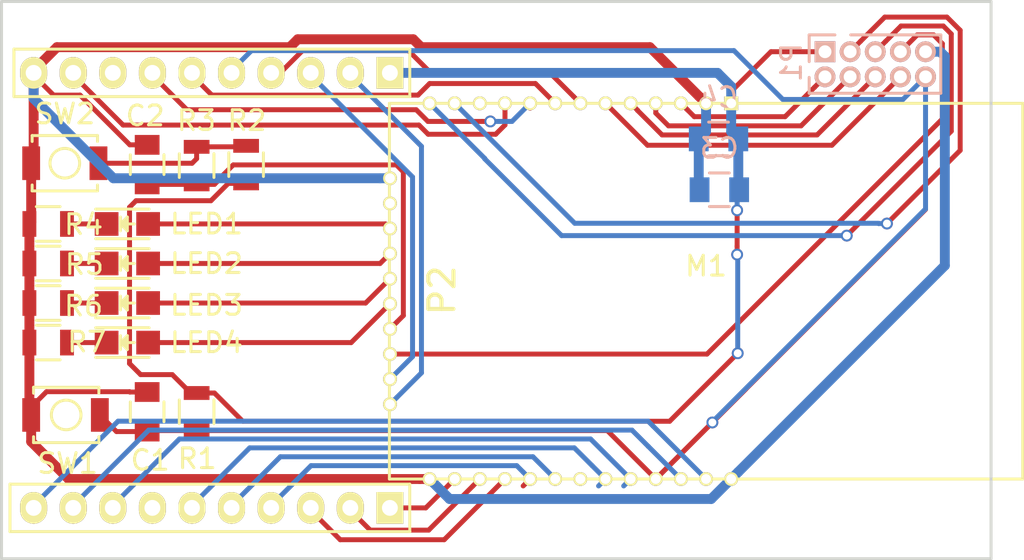
<source format=kicad_pcb>
(kicad_pcb (version 4) (host pcbnew 4.0.2-4+6225~38~ubuntu15.10.1-stable)

  (general
    (links 60)
    (no_connects 0)
    (area 120.874999 124.814998 171.025001 153.145001)
    (thickness 1.6)
    (drawings 4)
    (tracks 264)
    (zones 0)
    (modules 20)
    (nets 41)
  )

  (page A4)
  (title_block
    (title "zb3219PA to XBee adapter print")
    (rev v.1)
    (company "Sensors Liberated")
    (comment 1 "zb3219PA is a cheap module found in china, eg. at Aliexpress")
  )

  (layers
    (0 F.Cu signal)
    (31 B.Cu signal)
    (32 B.Adhes user)
    (33 F.Adhes user)
    (34 B.Paste user)
    (35 F.Paste user)
    (36 B.SilkS user)
    (37 F.SilkS user)
    (38 B.Mask user)
    (39 F.Mask user)
    (40 Dwgs.User user)
    (41 Cmts.User user)
    (42 Eco1.User user)
    (43 Eco2.User user hide)
    (44 Edge.Cuts user)
    (45 Margin user)
    (46 B.CrtYd user)
    (47 F.CrtYd user)
    (48 B.Fab user)
    (49 F.Fab user hide)
  )

  (setup
    (last_trace_width 0.25)
    (user_trace_width 0.25)
    (user_trace_width 0.5)
    (trace_clearance 0.2)
    (zone_clearance 0.508)
    (zone_45_only no)
    (trace_min 0.2)
    (segment_width 0.2)
    (edge_width 0.15)
    (via_size 0.6)
    (via_drill 0.4)
    (via_min_size 0.4)
    (via_min_drill 0.3)
    (uvia_size 0.3)
    (uvia_drill 0.1)
    (uvias_allowed no)
    (uvia_min_size 0.2)
    (uvia_min_drill 0.1)
    (pcb_text_width 0.3)
    (pcb_text_size 1.5 1.5)
    (mod_edge_width 0.15)
    (mod_text_size 1 1)
    (mod_text_width 0.15)
    (pad_size 0.9 1.7)
    (pad_drill 0)
    (pad_to_mask_clearance 0.2)
    (aux_axis_origin 0 0)
    (visible_elements FFFFEF7F)
    (pcbplotparams
      (layerselection 0x00030_80000001)
      (usegerberextensions false)
      (excludeedgelayer true)
      (linewidth 0.100000)
      (plotframeref false)
      (viasonmask false)
      (mode 1)
      (useauxorigin false)
      (hpglpennumber 1)
      (hpglpenspeed 20)
      (hpglpendiameter 15)
      (hpglpenoverlay 2)
      (psnegative false)
      (psa4output false)
      (plotreference true)
      (plotvalue true)
      (plotinvisibletext false)
      (padsonsilk false)
      (subtractmaskfromsilk false)
      (outputformat 1)
      (mirror false)
      (drillshape 0)
      (scaleselection 1)
      (outputdirectory output/))
  )

  (net 0 "")
  (net 1 Reset)
  (net 2 GND)
  (net 3 User_Button)
  (net 4 VCC)
  (net 5 "Net-(LED1-Pad2)")
  (net 6 "Net-(LED1-Pad1)")
  (net 7 "Net-(LED2-Pad2)")
  (net 8 "Net-(LED2-Pad1)")
  (net 9 "Net-(LED3-Pad2)")
  (net 10 "Net-(LED3-Pad1)")
  (net 11 "Net-(LED4-Pad2)")
  (net 12 "Net-(LED4-Pad1)")
  (net 13 TMS)
  (net 14 TCK)
  (net 15 TDO)
  (net 16 TDI)
  (net 17 Do8)
  (net 18 PWM0/RSSI)
  (net 19 PWM1)
  (net 20 Di8/DTR)
  (net 21 "Net-(M1-Pad11)")
  (net 22 USB_P)
  (net 23 Dio2)
  (net 24 "Net-(M1-Pad30)")
  (net 25 Dio3)
  (net 26 ON//Sleep)
  (net 27 Dio0)
  (net 28 Dio1)
  (net 29 Dio6)
  (net 30 Dio4)
  (net 31 Dio5)
  (net 32 Dio7)
  (net 33 USB_N)
  (net 34 "Net-(M1-Pad15)")
  (net 35 USB_Sel)
  (net 36 Din)
  (net 37 Dout)
  (net 38 "Net-(P2-Pad14)")
  (net 39 "Net-(P2-Pad8)")
  (net 40 "Net-(R2-Pad1)")

  (net_class Default "This is the default net class."
    (clearance 0.2)
    (trace_width 0.25)
    (via_dia 0.6)
    (via_drill 0.4)
    (uvia_dia 0.3)
    (uvia_drill 0.1)
    (add_net Di8/DTR)
    (add_net Din)
    (add_net Dio0)
    (add_net Dio1)
    (add_net Dio2)
    (add_net Dio3)
    (add_net Dio4)
    (add_net Dio5)
    (add_net Dio6)
    (add_net Dio7)
    (add_net Do8)
    (add_net Dout)
    (add_net "Net-(LED1-Pad1)")
    (add_net "Net-(LED1-Pad2)")
    (add_net "Net-(LED2-Pad1)")
    (add_net "Net-(LED2-Pad2)")
    (add_net "Net-(LED3-Pad1)")
    (add_net "Net-(LED3-Pad2)")
    (add_net "Net-(LED4-Pad1)")
    (add_net "Net-(LED4-Pad2)")
    (add_net "Net-(M1-Pad11)")
    (add_net "Net-(M1-Pad15)")
    (add_net "Net-(M1-Pad30)")
    (add_net "Net-(P2-Pad14)")
    (add_net "Net-(P2-Pad8)")
    (add_net "Net-(R2-Pad1)")
    (add_net ON//Sleep)
    (add_net PWM0/RSSI)
    (add_net PWM1)
    (add_net Reset)
    (add_net TCK)
    (add_net TDI)
    (add_net TDO)
    (add_net TMS)
    (add_net USB_N)
    (add_net USB_P)
    (add_net USB_Sel)
    (add_net User_Button)
  )

  (net_class Power ""
    (clearance 0.2)
    (trace_width 0.5)
    (via_dia 0.6)
    (via_drill 0.4)
    (uvia_dia 0.3)
    (uvia_drill 0.1)
    (add_net GND)
    (add_net VCC)
  )

  (module Pin_Headers:Pin_Header_Straight_2x05_Pitch1.27mm (layer B.Cu) (tedit 555DD4BF) (tstamp 57114A21)
    (at 162.56 127.43 270)
    (descr "Through hole pin header, pitch 1.27mm")
    (tags "pin header")
    (path /570E7C26)
    (fp_text reference P1 (at 0.55 1.7 270) (layer B.SilkS)
      (effects (font (size 1 1) (thickness 0.15)) (justify mirror))
    )
    (fp_text value JTAG (at 0 -6.9 270) (layer B.Fab)
      (effects (font (size 1 1) (thickness 0.15)) (justify mirror))
    )
    (fp_line (start 2.1 0.8) (end 1.3 0.8) (layer B.SilkS) (width 0.15))
    (fp_line (start 2.1 -5.85) (end 2.1 0.8) (layer B.SilkS) (width 0.15))
    (fp_line (start 2.1 -5.85) (end -0.85 -5.85) (layer B.SilkS) (width 0.15))
    (fp_line (start -1.1 1.05) (end -1.1 -6.1) (layer B.CrtYd) (width 0.05))
    (fp_line (start 2.35 1.05) (end 2.35 -6.1) (layer B.CrtYd) (width 0.05))
    (fp_line (start -1.1 1.05) (end 2.35 1.05) (layer B.CrtYd) (width 0.05))
    (fp_line (start -1.1 -6.1) (end 2.35 -6.1) (layer B.CrtYd) (width 0.05))
    (fp_line (start -0.85 -5.85) (end -0.85 -1.3) (layer B.SilkS) (width 0.15))
    (fp_line (start 0.5 0.8) (end -0.85 0.8) (layer B.SilkS) (width 0.15))
    (fp_line (start -0.85 0.8) (end -0.85 -0.5) (layer B.SilkS) (width 0.15))
    (pad 1 thru_hole rect (at 0 0 270) (size 1.05 1.05) (drill 0.65) (layers *.Cu *.Mask B.SilkS)
      (net 4 VCC))
    (pad 3 thru_hole circle (at 0 -1.27 270) (size 1.05 1.05) (drill 0.65) (layers *.Cu *.Mask B.SilkS)
      (net 22 USB_P))
    (pad 5 thru_hole circle (at 0 -2.54 270) (size 1.05 1.05) (drill 0.65) (layers *.Cu *.Mask B.SilkS)
      (net 33 USB_N))
    (pad 7 thru_hole circle (at 0 -3.81 270) (size 1.05 1.05) (drill 0.65) (layers *.Cu *.Mask B.SilkS)
      (net 35 USB_Sel))
    (pad 9 thru_hole circle (at 0 -5.08 270) (size 1.05 1.05) (drill 0.65) (layers *.Cu *.Mask B.SilkS)
      (net 2 GND))
    (pad 4 thru_hole circle (at 1.27 -1.27 270) (size 1.05 1.05) (drill 0.65) (layers *.Cu *.Mask B.SilkS)
      (net 14 TCK))
    (pad 6 thru_hole circle (at 1.27 -2.54 270) (size 1.05 1.05) (drill 0.65) (layers *.Cu *.Mask B.SilkS)
      (net 15 TDO))
    (pad 8 thru_hole circle (at 1.27 -3.81 270) (size 1.05 1.05) (drill 0.65) (layers *.Cu *.Mask B.SilkS)
      (net 16 TDI))
    (pad 10 thru_hole circle (at 1.27 -5.08 270) (size 1.05 1.05) (drill 0.65) (layers *.Cu *.Mask B.SilkS)
      (net 1 Reset))
    (pad 2 thru_hole circle (at 1.27 0 270) (size 1.05 1.05) (drill 0.65) (layers *.Cu *.Mask B.SilkS)
      (net 13 TMS))
  )

  (module printmodules:zb3219PAmoduleFootprint placed (layer F.Cu) (tedit 570FFDA5) (tstamp 5710F3D3)
    (at 156.55 139.54 180)
    (path /570E1E33)
    (fp_text reference M1 (at 0 1.27 180) (layer F.SilkS)
      (effects (font (size 1 1) (thickness 0.15)))
    )
    (fp_text value zb3219PA (at 0 -0.5 180) (layer F.Fab)
      (effects (font (size 1 1) (thickness 0.15)))
    )
    (fp_line (start -16 9.5) (end -16 -9.5) (layer F.SilkS) (width 0.15))
    (fp_line (start 16 9.5) (end -16 9.5) (layer F.SilkS) (width 0.15))
    (fp_line (start 16 -9.5) (end 16 9.5) (layer F.SilkS) (width 0.15))
    (fp_line (start -16 -9.5) (end 16 -9.5) (layer F.SilkS) (width 0.15))
    (pad 1 thru_hole rect (at -1.27 9.5 180) (size 0.7 0.7) (drill 0.5) (layers *.Cu *.Mask F.SilkS)
      (net 4 VCC))
    (pad 2 thru_hole circle (at 0 9.5 180) (size 0.7 0.7) (drill 0.5) (layers *.Cu *.Mask F.SilkS)
      (net 2 GND))
    (pad 3 thru_hole circle (at 1.27 9.5 180) (size 0.7 0.7) (drill 0.5) (layers *.Cu *.Mask F.SilkS)
      (net 13 TMS))
    (pad 4 thru_hole circle (at 2.54 9.5 180) (size 0.7 0.7) (drill 0.5) (layers *.Cu *.Mask F.SilkS)
      (net 14 TCK))
    (pad 5 thru_hole circle (at 3.81 9.5 180) (size 0.7 0.7) (drill 0.5) (layers *.Cu *.Mask F.SilkS)
      (net 15 TDO))
    (pad 6 thru_hole circle (at 5.08 9.5 180) (size 0.7 0.7) (drill 0.5) (layers *.Cu *.Mask F.SilkS)
      (net 16 TDI))
    (pad 7 thru_hole circle (at 6.35 9.5 180) (size 0.7 0.7) (drill 0.5) (layers *.Cu *.Mask F.SilkS)
      (net 17 Do8))
    (pad 8 thru_hole circle (at 7.62 9.5 180) (size 0.7 0.7) (drill 0.5) (layers *.Cu *.Mask F.SilkS)
      (net 18 PWM0/RSSI))
    (pad 9 thru_hole circle (at 8.89 9.5 180) (size 0.7 0.7) (drill 0.5) (layers *.Cu *.Mask F.SilkS)
      (net 19 PWM1))
    (pad 10 thru_hole circle (at 10.16 9.5 180) (size 0.7 0.7) (drill 0.5) (layers *.Cu *.Mask F.SilkS)
      (net 20 Di8/DTR))
    (pad 11 thru_hole circle (at 11.43 9.5 180) (size 0.7 0.7) (drill 0.5) (layers *.Cu *.Mask F.SilkS)
      (net 21 "Net-(M1-Pad11)"))
    (pad 12 thru_hole circle (at 12.7 9.5 180) (size 0.7 0.7) (drill 0.5) (layers *.Cu *.Mask F.SilkS)
      (net 22 USB_P))
    (pad 14 thru_hole circle (at 15.97 5.71 180) (size 0.7 0.7) (drill 0.5) (layers *.Cu *.Mask F.SilkS)
      (net 2 GND))
    (pad 32 thru_hole circle (at 3.81 -9.5 180) (size 0.7 0.7) (drill 0.5) (layers *.Cu *.Mask F.SilkS)
      (net 26 ON//Sleep))
    (pad 30 thru_hole circle (at 6.35 -9.5 180) (size 0.7 0.7) (drill 0.5) (layers *.Cu *.Mask F.SilkS)
      (net 24 "Net-(M1-Pad30)"))
    (pad 31 thru_hole circle (at 5.08 -9.5 180) (size 0.7 0.7) (drill 0.5) (layers *.Cu *.Mask F.SilkS)
      (net 31 Dio5))
    (pad 29 thru_hole circle (at 7.62 -9.5 180) (size 0.7 0.7) (drill 0.5) (layers *.Cu *.Mask F.SilkS)
      (net 29 Dio6))
    (pad 34 thru_hole circle (at 1.27 -9.5 180) (size 0.7 0.7) (drill 0.5) (layers *.Cu *.Mask F.SilkS)
      (net 32 Dio7))
    (pad 33 thru_hole circle (at 2.54 -9.5 180) (size 0.7 0.7) (drill 0.5) (layers *.Cu *.Mask F.SilkS)
      (net 1 Reset))
    (pad 35 thru_hole circle (at 0 -9.5 180) (size 0.7 0.7) (drill 0.5) (layers *.Cu *.Mask F.SilkS)
      (net 30 Dio4))
    (pad 36 thru_hole circle (at -1.27 -9.5 180) (size 0.7 0.7) (drill 0.5) (layers *.Cu *.Mask F.SilkS)
      (net 2 GND))
    (pad 28 thru_hole circle (at 8.89 -9.5 180) (size 0.7 0.7) (drill 0.5) (layers *.Cu *.Mask F.SilkS)
      (net 25 Dio3))
    (pad 25 thru_hole circle (at 12.7 -9.5 180) (size 0.7 0.7) (drill 0.5) (layers *.Cu *.Mask F.SilkS)
      (net 27 Dio0))
    (pad 27 thru_hole circle (at 10.16 -9.5 180) (size 0.7 0.7) (drill 0.5) (layers *.Cu *.Mask F.SilkS)
      (net 23 Dio2))
    (pad 24 thru_hole circle (at 13.97 -9.5 180) (size 0.7 0.7) (drill 0.5) (layers *.Cu *.Mask F.SilkS)
      (net 2 GND))
    (pad 26 thru_hole circle (at 11.43 -9.5 180) (size 0.7 0.7) (drill 0.5) (layers *.Cu *.Mask F.SilkS)
      (net 28 Dio1))
    (pad 13 thru_hole circle (at 13.97 9.5 180) (size 0.7 0.7) (drill 0.5) (layers *.Cu *.Mask F.SilkS)
      (net 33 USB_N))
    (pad 15 thru_hole circle (at 15.97 4.44 180) (size 0.7 0.7) (drill 0.5) (layers *.Cu *.Mask F.SilkS)
      (net 34 "Net-(M1-Pad15)"))
    (pad 16 thru_hole circle (at 15.97 3.17 180) (size 0.7 0.7) (drill 0.5) (layers *.Cu *.Mask F.SilkS)
      (net 5 "Net-(LED1-Pad2)"))
    (pad 17 thru_hole circle (at 15.97 1.9 180) (size 0.7 0.7) (drill 0.5) (layers *.Cu *.Mask F.SilkS)
      (net 7 "Net-(LED2-Pad2)"))
    (pad 18 thru_hole circle (at 15.97 0.63 180) (size 0.7 0.7) (drill 0.5) (layers *.Cu *.Mask F.SilkS)
      (net 9 "Net-(LED3-Pad2)"))
    (pad 19 thru_hole circle (at 15.97 -0.64 180) (size 0.7 0.7) (drill 0.5) (layers *.Cu *.Mask F.SilkS)
      (net 11 "Net-(LED4-Pad2)"))
    (pad 20 thru_hole circle (at 15.97 -1.91 180) (size 0.7 0.7) (drill 0.5) (layers *.Cu *.Mask F.SilkS)
      (net 3 User_Button))
    (pad 21 thru_hole circle (at 15.97 -3.18 180) (size 0.7 0.7) (drill 0.5) (layers *.Cu *.Mask F.SilkS)
      (net 35 USB_Sel))
    (pad 22 thru_hole circle (at 15.97 -4.45 180) (size 0.7 0.7) (drill 0.5) (layers *.Cu *.Mask F.SilkS)
      (net 36 Din))
    (pad 23 thru_hole circle (at 15.97 -5.72 180) (size 0.7 0.7) (drill 0.5) (layers *.Cu *.Mask F.SilkS)
      (net 37 Dout))
  )

  (module Capacitors_SMD:C_0805 placed (layer F.Cu) (tedit 5415D6EA) (tstamp 5710F337)
    (at 128.31 145.64 90)
    (descr "Capacitor SMD 0805, reflow soldering, AVX (see smccp.pdf)")
    (tags "capacitor 0805")
    (path /570FEDBF)
    (attr smd)
    (fp_text reference C1 (at -2.45 0.15 180) (layer F.SilkS)
      (effects (font (size 1 1) (thickness 0.15)))
    )
    (fp_text value 15nF (at 0 2.1 90) (layer F.Fab)
      (effects (font (size 1 1) (thickness 0.15)))
    )
    (fp_line (start -1.8 -1) (end 1.8 -1) (layer F.CrtYd) (width 0.05))
    (fp_line (start -1.8 1) (end 1.8 1) (layer F.CrtYd) (width 0.05))
    (fp_line (start -1.8 -1) (end -1.8 1) (layer F.CrtYd) (width 0.05))
    (fp_line (start 1.8 -1) (end 1.8 1) (layer F.CrtYd) (width 0.05))
    (fp_line (start 0.5 -0.85) (end -0.5 -0.85) (layer F.SilkS) (width 0.15))
    (fp_line (start -0.5 0.85) (end 0.5 0.85) (layer F.SilkS) (width 0.15))
    (pad 1 smd rect (at -1 0 90) (size 1 1.25) (layers F.Cu F.Paste F.Mask)
      (net 1 Reset))
    (pad 2 smd rect (at 1 0 90) (size 1 1.25) (layers F.Cu F.Paste F.Mask)
      (net 2 GND))
    (model Capacitors_SMD.3dshapes/C_0805.wrl
      (at (xyz 0 0 0))
      (scale (xyz 1 1 1))
      (rotate (xyz 0 0 0))
    )
  )

  (module Capacitors_SMD:C_0805 placed (layer F.Cu) (tedit 5415D6EA) (tstamp 5710F343)
    (at 128.31 133.14 90)
    (descr "Capacitor SMD 0805, reflow soldering, AVX (see smccp.pdf)")
    (tags "capacitor 0805")
    (path /57110006)
    (attr smd)
    (fp_text reference C2 (at 2.47 -0.1 180) (layer F.SilkS)
      (effects (font (size 1 1) (thickness 0.15)))
    )
    (fp_text value 1uF (at 0 2.1 90) (layer F.Fab)
      (effects (font (size 1 1) (thickness 0.15)))
    )
    (fp_line (start -1.8 -1) (end 1.8 -1) (layer F.CrtYd) (width 0.05))
    (fp_line (start -1.8 1) (end 1.8 1) (layer F.CrtYd) (width 0.05))
    (fp_line (start -1.8 -1) (end -1.8 1) (layer F.CrtYd) (width 0.05))
    (fp_line (start 1.8 -1) (end 1.8 1) (layer F.CrtYd) (width 0.05))
    (fp_line (start 0.5 -0.85) (end -0.5 -0.85) (layer F.SilkS) (width 0.15))
    (fp_line (start -0.5 0.85) (end 0.5 0.85) (layer F.SilkS) (width 0.15))
    (pad 1 smd rect (at -1 0 90) (size 1 1.25) (layers F.Cu F.Paste F.Mask)
      (net 3 User_Button))
    (pad 2 smd rect (at 1 0 90) (size 1 1.25) (layers F.Cu F.Paste F.Mask)
      (net 2 GND))
    (model Capacitors_SMD.3dshapes/C_0805.wrl
      (at (xyz 0 0 0))
      (scale (xyz 1 1 1))
      (rotate (xyz 0 0 0))
    )
  )

  (module Capacitors_SMD:C_0805 placed (layer B.Cu) (tedit 5415D6EA) (tstamp 5710F34F)
    (at 157.221782 134.411288 180)
    (descr "Capacitor SMD 0805, reflow soldering, AVX (see smccp.pdf)")
    (tags "capacitor 0805")
    (path /5710FE56)
    (attr smd)
    (fp_text reference C3 (at 0 2.1 180) (layer B.SilkS)
      (effects (font (size 1 1) (thickness 0.15)) (justify mirror))
    )
    (fp_text value 100nF (at 0 -2.1 180) (layer B.Fab)
      (effects (font (size 1 1) (thickness 0.15)) (justify mirror))
    )
    (fp_line (start -1.8 1) (end 1.8 1) (layer B.CrtYd) (width 0.05))
    (fp_line (start -1.8 -1) (end 1.8 -1) (layer B.CrtYd) (width 0.05))
    (fp_line (start -1.8 1) (end -1.8 -1) (layer B.CrtYd) (width 0.05))
    (fp_line (start 1.8 1) (end 1.8 -1) (layer B.CrtYd) (width 0.05))
    (fp_line (start 0.5 0.85) (end -0.5 0.85) (layer B.SilkS) (width 0.15))
    (fp_line (start -0.5 -0.85) (end 0.5 -0.85) (layer B.SilkS) (width 0.15))
    (pad 1 smd rect (at -1 0 180) (size 1 1.25) (layers B.Cu B.Paste B.Mask)
      (net 4 VCC))
    (pad 2 smd rect (at 1 0 180) (size 1 1.25) (layers B.Cu B.Paste B.Mask)
      (net 2 GND))
    (model Capacitors_SMD.3dshapes/C_0805.wrl
      (at (xyz 0 0 0))
      (scale (xyz 1 1 1))
      (rotate (xyz 0 0 0))
    )
  )

  (module Capacitors_SMD:C_0805 placed (layer B.Cu) (tedit 5415D6EA) (tstamp 5710F35B)
    (at 157.18 131.84 180)
    (descr "Capacitor SMD 0805, reflow soldering, AVX (see smccp.pdf)")
    (tags "capacitor 0805")
    (path /57107133)
    (attr smd)
    (fp_text reference C4 (at 0 2.1 180) (layer B.SilkS)
      (effects (font (size 1 1) (thickness 0.15)) (justify mirror))
    )
    (fp_text value 10uF (at 0 -2.1 180) (layer B.Fab)
      (effects (font (size 1 1) (thickness 0.15)) (justify mirror))
    )
    (fp_line (start -1.8 1) (end 1.8 1) (layer B.CrtYd) (width 0.05))
    (fp_line (start -1.8 -1) (end 1.8 -1) (layer B.CrtYd) (width 0.05))
    (fp_line (start -1.8 1) (end -1.8 -1) (layer B.CrtYd) (width 0.05))
    (fp_line (start 1.8 1) (end 1.8 -1) (layer B.CrtYd) (width 0.05))
    (fp_line (start 0.5 0.85) (end -0.5 0.85) (layer B.SilkS) (width 0.15))
    (fp_line (start -0.5 -0.85) (end 0.5 -0.85) (layer B.SilkS) (width 0.15))
    (pad 1 smd rect (at -1 0 180) (size 1 1.25) (layers B.Cu B.Paste B.Mask)
      (net 4 VCC))
    (pad 2 smd rect (at 1 0 180) (size 1 1.25) (layers B.Cu B.Paste B.Mask)
      (net 2 GND))
    (model Capacitors_SMD.3dshapes/C_0805.wrl
      (at (xyz 0 0 0))
      (scale (xyz 1 1 1))
      (rotate (xyz 0 0 0))
    )
  )

  (module LEDs:LED_0805 placed (layer F.Cu) (tedit 55BDE1C2) (tstamp 5710F36E)
    (at 127.31 136.14)
    (descr "LED 0805 smd package")
    (tags "LED 0805 SMD")
    (path /570FFC46)
    (attr smd)
    (fp_text reference LED1 (at 4 0) (layer F.SilkS)
      (effects (font (size 1 1) (thickness 0.15)))
    )
    (fp_text value Green (at 0 1.75) (layer F.Fab)
      (effects (font (size 1 1) (thickness 0.15)))
    )
    (fp_line (start -1.6 0.75) (end 1.1 0.75) (layer F.SilkS) (width 0.15))
    (fp_line (start -1.6 -0.75) (end 1.1 -0.75) (layer F.SilkS) (width 0.15))
    (fp_line (start -0.1 0.15) (end -0.1 -0.1) (layer F.SilkS) (width 0.15))
    (fp_line (start -0.1 -0.1) (end -0.25 0.05) (layer F.SilkS) (width 0.15))
    (fp_line (start -0.35 -0.35) (end -0.35 0.35) (layer F.SilkS) (width 0.15))
    (fp_line (start 0 0) (end 0.35 0) (layer F.SilkS) (width 0.15))
    (fp_line (start -0.35 0) (end 0 -0.35) (layer F.SilkS) (width 0.15))
    (fp_line (start 0 -0.35) (end 0 0.35) (layer F.SilkS) (width 0.15))
    (fp_line (start 0 0.35) (end -0.35 0) (layer F.SilkS) (width 0.15))
    (fp_line (start 1.9 -0.95) (end 1.9 0.95) (layer F.CrtYd) (width 0.05))
    (fp_line (start 1.9 0.95) (end -1.9 0.95) (layer F.CrtYd) (width 0.05))
    (fp_line (start -1.9 0.95) (end -1.9 -0.95) (layer F.CrtYd) (width 0.05))
    (fp_line (start -1.9 -0.95) (end 1.9 -0.95) (layer F.CrtYd) (width 0.05))
    (pad 2 smd rect (at 1.04902 0 180) (size 1.19888 1.19888) (layers F.Cu F.Paste F.Mask)
      (net 5 "Net-(LED1-Pad2)"))
    (pad 1 smd rect (at -1.04902 0 180) (size 1.19888 1.19888) (layers F.Cu F.Paste F.Mask)
      (net 6 "Net-(LED1-Pad1)"))
    (model LEDs.3dshapes/LED_0805.wrl
      (at (xyz 0 0 0))
      (scale (xyz 1 1 1))
      (rotate (xyz 0 0 0))
    )
  )

  (module LEDs:LED_0805 placed (layer F.Cu) (tedit 55BDE1C2) (tstamp 5710F381)
    (at 127.31 138.14)
    (descr "LED 0805 smd package")
    (tags "LED 0805 SMD")
    (path /5710EA0D)
    (attr smd)
    (fp_text reference LED2 (at 4 0) (layer F.SilkS)
      (effects (font (size 1 1) (thickness 0.15)))
    )
    (fp_text value Yellow (at 0 1.75) (layer F.Fab)
      (effects (font (size 1 1) (thickness 0.15)))
    )
    (fp_line (start -1.6 0.75) (end 1.1 0.75) (layer F.SilkS) (width 0.15))
    (fp_line (start -1.6 -0.75) (end 1.1 -0.75) (layer F.SilkS) (width 0.15))
    (fp_line (start -0.1 0.15) (end -0.1 -0.1) (layer F.SilkS) (width 0.15))
    (fp_line (start -0.1 -0.1) (end -0.25 0.05) (layer F.SilkS) (width 0.15))
    (fp_line (start -0.35 -0.35) (end -0.35 0.35) (layer F.SilkS) (width 0.15))
    (fp_line (start 0 0) (end 0.35 0) (layer F.SilkS) (width 0.15))
    (fp_line (start -0.35 0) (end 0 -0.35) (layer F.SilkS) (width 0.15))
    (fp_line (start 0 -0.35) (end 0 0.35) (layer F.SilkS) (width 0.15))
    (fp_line (start 0 0.35) (end -0.35 0) (layer F.SilkS) (width 0.15))
    (fp_line (start 1.9 -0.95) (end 1.9 0.95) (layer F.CrtYd) (width 0.05))
    (fp_line (start 1.9 0.95) (end -1.9 0.95) (layer F.CrtYd) (width 0.05))
    (fp_line (start -1.9 0.95) (end -1.9 -0.95) (layer F.CrtYd) (width 0.05))
    (fp_line (start -1.9 -0.95) (end 1.9 -0.95) (layer F.CrtYd) (width 0.05))
    (pad 2 smd rect (at 1.04902 0 180) (size 1.19888 1.19888) (layers F.Cu F.Paste F.Mask)
      (net 7 "Net-(LED2-Pad2)"))
    (pad 1 smd rect (at -1.04902 0 180) (size 1.19888 1.19888) (layers F.Cu F.Paste F.Mask)
      (net 8 "Net-(LED2-Pad1)"))
    (model LEDs.3dshapes/LED_0805.wrl
      (at (xyz 0 0 0))
      (scale (xyz 1 1 1))
      (rotate (xyz 0 0 0))
    )
  )

  (module LEDs:LED_0805 placed (layer F.Cu) (tedit 55BDE1C2) (tstamp 5710F394)
    (at 127.31 140.14)
    (descr "LED 0805 smd package")
    (tags "LED 0805 SMD")
    (path /5710EB44)
    (attr smd)
    (fp_text reference LED3 (at 4 0.11) (layer F.SilkS)
      (effects (font (size 1 1) (thickness 0.15)))
    )
    (fp_text value Orange (at 0 1.75) (layer F.Fab)
      (effects (font (size 1 1) (thickness 0.15)))
    )
    (fp_line (start -1.6 0.75) (end 1.1 0.75) (layer F.SilkS) (width 0.15))
    (fp_line (start -1.6 -0.75) (end 1.1 -0.75) (layer F.SilkS) (width 0.15))
    (fp_line (start -0.1 0.15) (end -0.1 -0.1) (layer F.SilkS) (width 0.15))
    (fp_line (start -0.1 -0.1) (end -0.25 0.05) (layer F.SilkS) (width 0.15))
    (fp_line (start -0.35 -0.35) (end -0.35 0.35) (layer F.SilkS) (width 0.15))
    (fp_line (start 0 0) (end 0.35 0) (layer F.SilkS) (width 0.15))
    (fp_line (start -0.35 0) (end 0 -0.35) (layer F.SilkS) (width 0.15))
    (fp_line (start 0 -0.35) (end 0 0.35) (layer F.SilkS) (width 0.15))
    (fp_line (start 0 0.35) (end -0.35 0) (layer F.SilkS) (width 0.15))
    (fp_line (start 1.9 -0.95) (end 1.9 0.95) (layer F.CrtYd) (width 0.05))
    (fp_line (start 1.9 0.95) (end -1.9 0.95) (layer F.CrtYd) (width 0.05))
    (fp_line (start -1.9 0.95) (end -1.9 -0.95) (layer F.CrtYd) (width 0.05))
    (fp_line (start -1.9 -0.95) (end 1.9 -0.95) (layer F.CrtYd) (width 0.05))
    (pad 2 smd rect (at 1.04902 0 180) (size 1.19888 1.19888) (layers F.Cu F.Paste F.Mask)
      (net 9 "Net-(LED3-Pad2)"))
    (pad 1 smd rect (at -1.04902 0 180) (size 1.19888 1.19888) (layers F.Cu F.Paste F.Mask)
      (net 10 "Net-(LED3-Pad1)"))
    (model LEDs.3dshapes/LED_0805.wrl
      (at (xyz 0 0 0))
      (scale (xyz 1 1 1))
      (rotate (xyz 0 0 0))
    )
  )

  (module LEDs:LED_0805 placed (layer F.Cu) (tedit 55BDE1C2) (tstamp 5710F3A7)
    (at 127.31 142.14)
    (descr "LED 0805 smd package")
    (tags "LED 0805 SMD")
    (path /5710EC70)
    (attr smd)
    (fp_text reference LED4 (at 4 0) (layer F.SilkS)
      (effects (font (size 1 1) (thickness 0.15)))
    )
    (fp_text value Red (at 0 1.75) (layer F.Fab)
      (effects (font (size 1 1) (thickness 0.15)))
    )
    (fp_line (start -1.6 0.75) (end 1.1 0.75) (layer F.SilkS) (width 0.15))
    (fp_line (start -1.6 -0.75) (end 1.1 -0.75) (layer F.SilkS) (width 0.15))
    (fp_line (start -0.1 0.15) (end -0.1 -0.1) (layer F.SilkS) (width 0.15))
    (fp_line (start -0.1 -0.1) (end -0.25 0.05) (layer F.SilkS) (width 0.15))
    (fp_line (start -0.35 -0.35) (end -0.35 0.35) (layer F.SilkS) (width 0.15))
    (fp_line (start 0 0) (end 0.35 0) (layer F.SilkS) (width 0.15))
    (fp_line (start -0.35 0) (end 0 -0.35) (layer F.SilkS) (width 0.15))
    (fp_line (start 0 -0.35) (end 0 0.35) (layer F.SilkS) (width 0.15))
    (fp_line (start 0 0.35) (end -0.35 0) (layer F.SilkS) (width 0.15))
    (fp_line (start 1.9 -0.95) (end 1.9 0.95) (layer F.CrtYd) (width 0.05))
    (fp_line (start 1.9 0.95) (end -1.9 0.95) (layer F.CrtYd) (width 0.05))
    (fp_line (start -1.9 0.95) (end -1.9 -0.95) (layer F.CrtYd) (width 0.05))
    (fp_line (start -1.9 -0.95) (end 1.9 -0.95) (layer F.CrtYd) (width 0.05))
    (pad 2 smd rect (at 1.04902 0 180) (size 1.19888 1.19888) (layers F.Cu F.Paste F.Mask)
      (net 11 "Net-(LED4-Pad2)"))
    (pad 1 smd rect (at -1.04902 0 180) (size 1.19888 1.19888) (layers F.Cu F.Paste F.Mask)
      (net 12 "Net-(LED4-Pad1)"))
    (model LEDs.3dshapes/LED_0805.wrl
      (at (xyz 0 0 0))
      (scale (xyz 1 1 1))
      (rotate (xyz 0 0 0))
    )
  )

  (module "My modules:XBEE-HEADER" locked placed (layer F.Cu) (tedit 549C9C7F) (tstamp 5710F40E)
    (at 131.78 139.5 270)
    (descr "Through hole pin header")
    (tags "pin header")
    (path /570E4A39)
    (fp_text reference P2 (at 0 -11.43 270) (layer F.SilkS)
      (effects (font (size 1.27 1.27) (thickness 0.2032)))
    )
    (fp_text value XBEE (at 0 0 270) (layer F.SilkS) hide
      (effects (font (size 1.27 1.27) (thickness 0.2032)))
    )
    (fp_line (start -12.2 10.2) (end -12.2 -9.8) (layer F.SilkS) (width 0.15))
    (fp_line (start -9.8 -9.8) (end -9.8 10.2) (layer F.SilkS) (width 0.15))
    (fp_line (start 12.2 10.4) (end 12.2 -9.8) (layer F.SilkS) (width 0.15))
    (fp_line (start 9.8 -9.8) (end 9.8 10.4) (layer F.SilkS) (width 0.15))
    (fp_line (start -9.8 10.2) (end -12 10.2) (layer F.SilkS) (width 0.15))
    (fp_line (start -12 10.2) (end -12.2 10.2) (layer F.SilkS) (width 0.15))
    (fp_line (start -12.2 -9.8) (end -9.8 -9.8) (layer F.SilkS) (width 0.15))
    (fp_line (start 9.8 -9.8) (end 12.2 -9.8) (layer F.SilkS) (width 0.15))
    (fp_line (start 12.2 10.4) (end 9.8 10.4) (layer F.SilkS) (width 0.15))
    (pad 11 thru_hole oval (at 11 9.205 180) (size 1.36 1.6) (drill 0.8) (layers *.Cu *.Mask F.SilkS)
      (net 30 Dio4))
    (pad 12 thru_hole oval (at 11 7.205 180) (size 1.36 1.6) (drill 0.8) (layers *.Cu *.Mask F.SilkS)
      (net 32 Dio7))
    (pad 13 thru_hole oval (at 11 5.205 180) (size 1.36 1.6) (drill 0.8) (layers *.Cu *.Mask F.SilkS)
      (net 26 ON//Sleep))
    (pad 14 thru_hole oval (at 11 3.205 180) (size 1.36 1.6) (drill 0.8) (layers *.Cu *.Mask F.SilkS)
      (net 38 "Net-(P2-Pad14)"))
    (pad 15 thru_hole oval (at 11 1.205 180) (size 1.36 1.6) (drill 0.8) (layers *.Cu *.Mask F.SilkS)
      (net 31 Dio5))
    (pad 16 thru_hole oval (at 11 -0.795 180) (size 1.36 1.6) (drill 0.8) (layers *.Cu *.Mask F.SilkS)
      (net 29 Dio6))
    (pad 17 thru_hole oval (at 11 -2.795 180) (size 1.36 1.6) (drill 0.8) (layers *.Cu *.Mask F.SilkS)
      (net 25 Dio3))
    (pad 18 thru_hole oval (at 11 -4.795 180) (size 1.36 1.6) (drill 0.8) (layers *.Cu *.Mask F.SilkS)
      (net 23 Dio2))
    (pad 19 thru_hole oval (at 11 -6.795 180) (size 1.36 1.6) (drill 0.8) (layers *.Cu *.Mask F.SilkS)
      (net 28 Dio1))
    (pad 20 thru_hole rect (at 11 -8.795 180) (size 1.36 1.6) (drill 0.8) (layers *.Cu *.Mask F.SilkS)
      (net 27 Dio0))
    (pad 1 thru_hole rect (at -11 -8.795 180) (size 1.36 1.6) (drill 0.8) (layers *.Cu *.Mask F.SilkS)
      (net 4 VCC))
    (pad 2 thru_hole oval (at -11 -6.795 180) (size 1.36 1.6) (drill 0.8) (layers *.Cu *.Mask F.SilkS)
      (net 37 Dout))
    (pad 3 thru_hole oval (at -11 -4.795 180) (size 1.36 1.6) (drill 0.8) (layers *.Cu *.Mask F.SilkS)
      (net 36 Din))
    (pad 4 thru_hole oval (at -11 -2.795 180) (size 1.36 1.6) (drill 0.8) (layers *.Cu *.Mask F.SilkS)
      (net 17 Do8))
    (pad 5 thru_hole oval (at -11 -0.795 180) (size 1.36 1.6) (drill 0.8) (layers *.Cu *.Mask F.SilkS)
      (net 1 Reset))
    (pad 6 thru_hole oval (at -11 1.205 180) (size 1.36 1.6) (drill 0.8) (layers *.Cu *.Mask F.SilkS)
      (net 18 PWM0/RSSI))
    (pad 7 thru_hole oval (at -11 3.205 180) (size 1.36 1.6) (drill 0.8) (layers *.Cu *.Mask F.SilkS)
      (net 19 PWM1))
    (pad 8 thru_hole oval (at -11 5.205 180) (size 1.36 1.6) (drill 0.8) (layers *.Cu *.Mask F.SilkS)
      (net 39 "Net-(P2-Pad8)"))
    (pad 9 thru_hole oval (at -11 7.205 180) (size 1.36 1.6) (drill 0.8) (layers *.Cu *.Mask F.SilkS)
      (net 20 Di8/DTR))
    (pad 10 thru_hole oval (at -11 9.205 180) (size 1.36 1.6) (drill 0.8) (layers *.Cu *.Mask F.SilkS)
      (net 2 GND))
    (model Pin_Headers/Pin_Header_Straight_1x10.wrl
      (at (xyz 0 0 0))
      (scale (xyz 1 1 1))
      (rotate (xyz 0 0 0))
    )
  )

  (module Resistors_SMD:R_0805 placed (layer F.Cu) (tedit 5415CDEB) (tstamp 5710F41A)
    (at 130.81 145.64 90)
    (descr "Resistor SMD 0805, reflow soldering, Vishay (see dcrcw.pdf)")
    (tags "resistor 0805")
    (path /5710EFD3)
    (attr smd)
    (fp_text reference R1 (at -2.37 0.03 180) (layer F.SilkS)
      (effects (font (size 1 1) (thickness 0.15)))
    )
    (fp_text value 1k (at 0 2.1 90) (layer F.Fab)
      (effects (font (size 1 1) (thickness 0.15)))
    )
    (fp_line (start -1.6 -1) (end 1.6 -1) (layer F.CrtYd) (width 0.05))
    (fp_line (start -1.6 1) (end 1.6 1) (layer F.CrtYd) (width 0.05))
    (fp_line (start -1.6 -1) (end -1.6 1) (layer F.CrtYd) (width 0.05))
    (fp_line (start 1.6 -1) (end 1.6 1) (layer F.CrtYd) (width 0.05))
    (fp_line (start 0.6 0.875) (end -0.6 0.875) (layer F.SilkS) (width 0.15))
    (fp_line (start -0.6 -0.875) (end 0.6 -0.875) (layer F.SilkS) (width 0.15))
    (pad 1 smd rect (at -0.95 0 90) (size 0.7 1.3) (layers F.Cu F.Paste F.Mask)
      (net 1 Reset))
    (pad 2 smd rect (at 0.95 0 90) (size 0.7 1.3) (layers F.Cu F.Paste F.Mask)
      (net 4 VCC))
    (model Resistors_SMD.3dshapes/R_0805.wrl
      (at (xyz 0 0 0))
      (scale (xyz 1 1 1))
      (rotate (xyz 0 0 0))
    )
  )

  (module Resistors_SMD:R_0805 placed (layer F.Cu) (tedit 5415CDEB) (tstamp 5710F426)
    (at 133.31 133.14 270)
    (descr "Resistor SMD 0805, reflow soldering, Vishay (see dcrcw.pdf)")
    (tags "resistor 0805")
    (path /5710F19F)
    (attr smd)
    (fp_text reference R2 (at -2.23 -0.04 360) (layer F.SilkS)
      (effects (font (size 1 1) (thickness 0.15)))
    )
    (fp_text value 6.2k (at 0 2.1 270) (layer F.Fab)
      (effects (font (size 1 1) (thickness 0.15)))
    )
    (fp_line (start -1.6 -1) (end 1.6 -1) (layer F.CrtYd) (width 0.05))
    (fp_line (start -1.6 1) (end 1.6 1) (layer F.CrtYd) (width 0.05))
    (fp_line (start -1.6 -1) (end -1.6 1) (layer F.CrtYd) (width 0.05))
    (fp_line (start 1.6 -1) (end 1.6 1) (layer F.CrtYd) (width 0.05))
    (fp_line (start 0.6 0.875) (end -0.6 0.875) (layer F.SilkS) (width 0.15))
    (fp_line (start -0.6 -0.875) (end 0.6 -0.875) (layer F.SilkS) (width 0.15))
    (pad 1 smd rect (at -0.95 0 270) (size 0.7 1.3) (layers F.Cu F.Paste F.Mask)
      (net 40 "Net-(R2-Pad1)"))
    (pad 2 smd rect (at 0.95 0 270) (size 0.7 1.3) (layers F.Cu F.Paste F.Mask)
      (net 4 VCC))
    (model Resistors_SMD.3dshapes/R_0805.wrl
      (at (xyz 0 0 0))
      (scale (xyz 1 1 1))
      (rotate (xyz 0 0 0))
    )
  )

  (module Resistors_SMD:R_0805 placed (layer F.Cu) (tedit 5415CDEB) (tstamp 5710F432)
    (at 130.81 133.19 270)
    (descr "Resistor SMD 0805, reflow soldering, Vishay (see dcrcw.pdf)")
    (tags "resistor 0805")
    (path /5710F3BC)
    (attr smd)
    (fp_text reference R3 (at -2.28 0.01 360) (layer F.SilkS)
      (effects (font (size 1 1) (thickness 0.15)))
    )
    (fp_text value 30k (at 0 2.1 270) (layer F.Fab)
      (effects (font (size 1 1) (thickness 0.15)))
    )
    (fp_line (start -1.6 -1) (end 1.6 -1) (layer F.CrtYd) (width 0.05))
    (fp_line (start -1.6 1) (end 1.6 1) (layer F.CrtYd) (width 0.05))
    (fp_line (start -1.6 -1) (end -1.6 1) (layer F.CrtYd) (width 0.05))
    (fp_line (start 1.6 -1) (end 1.6 1) (layer F.CrtYd) (width 0.05))
    (fp_line (start 0.6 0.875) (end -0.6 0.875) (layer F.SilkS) (width 0.15))
    (fp_line (start -0.6 -0.875) (end 0.6 -0.875) (layer F.SilkS) (width 0.15))
    (pad 1 smd rect (at -0.95 0 270) (size 0.7 1.3) (layers F.Cu F.Paste F.Mask)
      (net 40 "Net-(R2-Pad1)"))
    (pad 2 smd rect (at 0.95 0 270) (size 0.7 1.3) (layers F.Cu F.Paste F.Mask)
      (net 3 User_Button))
    (model Resistors_SMD.3dshapes/R_0805.wrl
      (at (xyz 0 0 0))
      (scale (xyz 1 1 1))
      (rotate (xyz 0 0 0))
    )
  )

  (module Resistors_SMD:R_0805 placed (layer F.Cu) (tedit 5415CDEB) (tstamp 5710F43E)
    (at 123.31 136.14)
    (descr "Resistor SMD 0805, reflow soldering, Vishay (see dcrcw.pdf)")
    (tags "resistor 0805")
    (path /570FFE89)
    (attr smd)
    (fp_text reference R4 (at 1.79 0.03) (layer F.SilkS)
      (effects (font (size 1 1) (thickness 0.15)))
    )
    (fp_text value 680 (at 0 2.1) (layer F.Fab)
      (effects (font (size 1 1) (thickness 0.15)))
    )
    (fp_line (start -1.6 -1) (end 1.6 -1) (layer F.CrtYd) (width 0.05))
    (fp_line (start -1.6 1) (end 1.6 1) (layer F.CrtYd) (width 0.05))
    (fp_line (start -1.6 -1) (end -1.6 1) (layer F.CrtYd) (width 0.05))
    (fp_line (start 1.6 -1) (end 1.6 1) (layer F.CrtYd) (width 0.05))
    (fp_line (start 0.6 0.875) (end -0.6 0.875) (layer F.SilkS) (width 0.15))
    (fp_line (start -0.6 -0.875) (end 0.6 -0.875) (layer F.SilkS) (width 0.15))
    (pad 1 smd rect (at -0.95 0) (size 0.7 1.3) (layers F.Cu F.Paste F.Mask)
      (net 2 GND))
    (pad 2 smd rect (at 0.95 0) (size 0.7 1.3) (layers F.Cu F.Paste F.Mask)
      (net 6 "Net-(LED1-Pad1)"))
    (model Resistors_SMD.3dshapes/R_0805.wrl
      (at (xyz 0 0 0))
      (scale (xyz 1 1 1))
      (rotate (xyz 0 0 0))
    )
  )

  (module Resistors_SMD:R_0805 placed (layer F.Cu) (tedit 5415CDEB) (tstamp 5710F44A)
    (at 123.31 138.14)
    (descr "Resistor SMD 0805, reflow soldering, Vishay (see dcrcw.pdf)")
    (tags "resistor 0805")
    (path /5710EE8C)
    (attr smd)
    (fp_text reference R5 (at 1.83 0.05) (layer F.SilkS)
      (effects (font (size 1 1) (thickness 0.15)))
    )
    (fp_text value 680 (at 0 2.1) (layer F.Fab)
      (effects (font (size 1 1) (thickness 0.15)))
    )
    (fp_line (start -1.6 -1) (end 1.6 -1) (layer F.CrtYd) (width 0.05))
    (fp_line (start -1.6 1) (end 1.6 1) (layer F.CrtYd) (width 0.05))
    (fp_line (start -1.6 -1) (end -1.6 1) (layer F.CrtYd) (width 0.05))
    (fp_line (start 1.6 -1) (end 1.6 1) (layer F.CrtYd) (width 0.05))
    (fp_line (start 0.6 0.875) (end -0.6 0.875) (layer F.SilkS) (width 0.15))
    (fp_line (start -0.6 -0.875) (end 0.6 -0.875) (layer F.SilkS) (width 0.15))
    (pad 1 smd rect (at -0.95 0) (size 0.7 1.3) (layers F.Cu F.Paste F.Mask)
      (net 2 GND))
    (pad 2 smd rect (at 0.95 0) (size 0.7 1.3) (layers F.Cu F.Paste F.Mask)
      (net 8 "Net-(LED2-Pad1)"))
    (model Resistors_SMD.3dshapes/R_0805.wrl
      (at (xyz 0 0 0))
      (scale (xyz 1 1 1))
      (rotate (xyz 0 0 0))
    )
  )

  (module Resistors_SMD:R_0805 placed (layer F.Cu) (tedit 5415CDEB) (tstamp 5710F456)
    (at 123.31 140.14)
    (descr "Resistor SMD 0805, reflow soldering, Vishay (see dcrcw.pdf)")
    (tags "resistor 0805")
    (path /5710EEE0)
    (attr smd)
    (fp_text reference R6 (at 1.79 0.15) (layer F.SilkS)
      (effects (font (size 1 1) (thickness 0.15)))
    )
    (fp_text value 680 (at 0 2.1) (layer F.Fab)
      (effects (font (size 1 1) (thickness 0.15)))
    )
    (fp_line (start -1.6 -1) (end 1.6 -1) (layer F.CrtYd) (width 0.05))
    (fp_line (start -1.6 1) (end 1.6 1) (layer F.CrtYd) (width 0.05))
    (fp_line (start -1.6 -1) (end -1.6 1) (layer F.CrtYd) (width 0.05))
    (fp_line (start 1.6 -1) (end 1.6 1) (layer F.CrtYd) (width 0.05))
    (fp_line (start 0.6 0.875) (end -0.6 0.875) (layer F.SilkS) (width 0.15))
    (fp_line (start -0.6 -0.875) (end 0.6 -0.875) (layer F.SilkS) (width 0.15))
    (pad 1 smd rect (at -0.95 0) (size 0.7 1.3) (layers F.Cu F.Paste F.Mask)
      (net 2 GND))
    (pad 2 smd rect (at 0.95 0) (size 0.7 1.3) (layers F.Cu F.Paste F.Mask)
      (net 10 "Net-(LED3-Pad1)"))
    (model Resistors_SMD.3dshapes/R_0805.wrl
      (at (xyz 0 0 0))
      (scale (xyz 1 1 1))
      (rotate (xyz 0 0 0))
    )
  )

  (module Resistors_SMD:R_0805 placed (layer F.Cu) (tedit 5415CDEB) (tstamp 5710F462)
    (at 123.31 142.14)
    (descr "Resistor SMD 0805, reflow soldering, Vishay (see dcrcw.pdf)")
    (tags "resistor 0805")
    (path /5710EF3B)
    (attr smd)
    (fp_text reference R7 (at 1.95 -0.03) (layer F.SilkS)
      (effects (font (size 1 1) (thickness 0.15)))
    )
    (fp_text value 680 (at 0 2.1) (layer F.Fab)
      (effects (font (size 1 1) (thickness 0.15)))
    )
    (fp_line (start -1.6 -1) (end 1.6 -1) (layer F.CrtYd) (width 0.05))
    (fp_line (start -1.6 1) (end 1.6 1) (layer F.CrtYd) (width 0.05))
    (fp_line (start -1.6 -1) (end -1.6 1) (layer F.CrtYd) (width 0.05))
    (fp_line (start 1.6 -1) (end 1.6 1) (layer F.CrtYd) (width 0.05))
    (fp_line (start 0.6 0.875) (end -0.6 0.875) (layer F.SilkS) (width 0.15))
    (fp_line (start -0.6 -0.875) (end 0.6 -0.875) (layer F.SilkS) (width 0.15))
    (pad 1 smd rect (at -0.95 0) (size 0.7 1.3) (layers F.Cu F.Paste F.Mask)
      (net 2 GND))
    (pad 2 smd rect (at 0.95 0) (size 0.7 1.3) (layers F.Cu F.Paste F.Mask)
      (net 12 "Net-(LED4-Pad1)"))
    (model Resistors_SMD.3dshapes/R_0805.wrl
      (at (xyz 0 0 0))
      (scale (xyz 1 1 1))
      (rotate (xyz 0 0 0))
    )
  )

  (module Buttons_Switches_SMD:SW_SPST_B3U-1000P-B placed (layer F.Cu) (tedit 57112730) (tstamp 5710F478)
    (at 124.22 145.8)
    (descr "Ultra-small-sized Tactile Switch with High Contact Reliability, Top-actuated Model, without Ground Terminal, with Boss")
    (tags "Tactile Switch")
    (path /571118A6)
    (attr smd)
    (fp_text reference SW1 (at 0.07 2.45) (layer F.SilkS)
      (effects (font (size 1 1) (thickness 0.15)))
    )
    (fp_text value Reset (at 0 2.5) (layer F.Fab)
      (effects (font (size 1 1) (thickness 0.15)))
    )
    (fp_line (start -2.4 1.65) (end 2.4 1.65) (layer F.CrtYd) (width 0.05))
    (fp_line (start 2.4 1.65) (end 2.4 -1.65) (layer F.CrtYd) (width 0.05))
    (fp_line (start 2.4 -1.65) (end -2.4 -1.65) (layer F.CrtYd) (width 0.05))
    (fp_line (start -2.4 -1.65) (end -2.4 1.65) (layer F.CrtYd) (width 0.05))
    (fp_circle (center 0 0) (end 0.75 0) (layer F.SilkS) (width 0.15))
    (fp_line (start -1.65 1.1) (end -1.65 1.4) (layer F.SilkS) (width 0.15))
    (fp_line (start -1.65 1.4) (end 1.65 1.4) (layer F.SilkS) (width 0.15))
    (fp_line (start 1.65 1.4) (end 1.65 1.1) (layer F.SilkS) (width 0.15))
    (fp_line (start -1.65 -1.1) (end -1.65 -1.4) (layer F.SilkS) (width 0.15))
    (fp_line (start -1.65 -1.4) (end 1.65 -1.4) (layer F.SilkS) (width 0.15))
    (fp_line (start 1.65 -1.4) (end 1.65 -1.1) (layer F.SilkS) (width 0.15))
    (fp_line (start -1.5 -1.25) (end 1.5 -1.25) (layer F.Fab) (width 0.15))
    (fp_line (start 1.5 -1.25) (end 1.5 1.25) (layer F.Fab) (width 0.15))
    (fp_line (start 1.5 1.25) (end -1.5 1.25) (layer F.Fab) (width 0.15))
    (fp_line (start -1.5 1.25) (end -1.5 -1.25) (layer F.Fab) (width 0.15))
    (pad 1 smd rect (at -1.77 0) (size 0.9 1.7) (layers F.Cu F.Paste F.Mask)
      (net 2 GND))
    (pad 2 smd rect (at 1.7 0) (size 0.9 1.7) (layers F.Cu F.Paste F.Mask)
      (net 1 Reset))
    (pad "" np_thru_hole circle (at 0 0) (size 0.8 0.8) (drill 0.8) (layers *.Cu *.Mask))
  )

  (module Buttons_Switches_SMD:SW_SPST_B3U-1000P-B placed (layer F.Cu) (tedit 56EAB4DA) (tstamp 5710F48E)
    (at 124.15 133.07)
    (descr "Ultra-small-sized Tactile Switch with High Contact Reliability, Top-actuated Model, without Ground Terminal, with Boss")
    (tags "Tactile Switch")
    (path /570FD65D)
    (attr smd)
    (fp_text reference SW2 (at 0 -2.5) (layer F.SilkS)
      (effects (font (size 1 1) (thickness 0.15)))
    )
    (fp_text value User (at 0 2.5) (layer F.Fab)
      (effects (font (size 1 1) (thickness 0.15)))
    )
    (fp_line (start -2.4 1.65) (end 2.4 1.65) (layer F.CrtYd) (width 0.05))
    (fp_line (start 2.4 1.65) (end 2.4 -1.65) (layer F.CrtYd) (width 0.05))
    (fp_line (start 2.4 -1.65) (end -2.4 -1.65) (layer F.CrtYd) (width 0.05))
    (fp_line (start -2.4 -1.65) (end -2.4 1.65) (layer F.CrtYd) (width 0.05))
    (fp_circle (center 0 0) (end 0.75 0) (layer F.SilkS) (width 0.15))
    (fp_line (start -1.65 1.1) (end -1.65 1.4) (layer F.SilkS) (width 0.15))
    (fp_line (start -1.65 1.4) (end 1.65 1.4) (layer F.SilkS) (width 0.15))
    (fp_line (start 1.65 1.4) (end 1.65 1.1) (layer F.SilkS) (width 0.15))
    (fp_line (start -1.65 -1.1) (end -1.65 -1.4) (layer F.SilkS) (width 0.15))
    (fp_line (start -1.65 -1.4) (end 1.65 -1.4) (layer F.SilkS) (width 0.15))
    (fp_line (start 1.65 -1.4) (end 1.65 -1.1) (layer F.SilkS) (width 0.15))
    (fp_line (start -1.5 -1.25) (end 1.5 -1.25) (layer F.Fab) (width 0.15))
    (fp_line (start 1.5 -1.25) (end 1.5 1.25) (layer F.Fab) (width 0.15))
    (fp_line (start 1.5 1.25) (end -1.5 1.25) (layer F.Fab) (width 0.15))
    (fp_line (start -1.5 1.25) (end -1.5 -1.25) (layer F.Fab) (width 0.15))
    (pad 1 smd rect (at -1.7 0) (size 0.9 1.7) (layers F.Cu F.Paste F.Mask)
      (net 2 GND))
    (pad 2 smd rect (at 1.7 0) (size 0.9 1.7) (layers F.Cu F.Paste F.Mask)
      (net 40 "Net-(R2-Pad1)"))
    (pad "" np_thru_hole circle (at 0 0) (size 0.8 0.8) (drill 0.8) (layers *.Cu *.Mask))
  )

  (gr_line (start 120.95 124.89) (end 170.95 124.89) (layer Edge.Cuts) (width 0.15))
  (gr_line (start 170.95 124.889999) (end 170.95 153.07) (layer Edge.Cuts) (width 0.15))
  (gr_line (start 120.95 153.07) (end 120.95 124.899062) (layer Edge.Cuts) (width 0.15))
  (gr_line (start 170.95 153.07) (end 120.95 153.07) (layer Edge.Cuts) (width 0.15))

  (segment (start 167.64 128.7) (end 167.64 135.38) (width 0.25) (layer B.Cu) (net 1))
  (segment (start 167.64 135.38) (end 156.87 146.15) (width 0.25) (layer B.Cu) (net 1))
  (segment (start 156.87 146.15) (end 156.87 146.18) (width 0.25) (layer B.Cu) (net 1))
  (segment (start 154.01 149.04) (end 156.87 146.18) (width 0.25) (layer F.Cu) (net 1))
  (via (at 156.87 146.18) (size 0.6) (drill 0.4) (layers F.Cu B.Cu) (net 1))
  (segment (start 156.87 146.18) (end 167.64 135.41) (width 0.25) (layer F.Cu) (net 1))
  (segment (start 160.43 129.844999) (end 157.96 127.374999) (width 0.25) (layer B.Cu) (net 1))
  (segment (start 160.43 129.844999) (end 166.495001 129.844999) (width 0.25) (layer B.Cu) (net 1))
  (segment (start 166.495001 129.844999) (end 167.64 128.7) (width 0.25) (layer B.Cu) (net 1))
  (segment (start 151.56 146.59) (end 154.01 149.04) (width 0.25) (layer F.Cu) (net 1))
  (segment (start 133.580001 127.374999) (end 157.96 127.374999) (width 0.25) (layer B.Cu) (net 1))
  (segment (start 132.575 128.5) (end 132.575 128.38) (width 0.25) (layer B.Cu) (net 1))
  (segment (start 132.575 128.38) (end 133.580001 127.374999) (width 0.25) (layer B.Cu) (net 1))
  (segment (start 154.01 149.04) (end 158.56 144.49) (width 0.25) (layer F.Cu) (net 1))
  (segment (start 130.81 146.59) (end 151.56 146.59) (width 0.25) (layer F.Cu) (net 1))
  (segment (start 130.81 146.59) (end 128.36 146.59) (width 0.25) (layer F.Cu) (net 1))
  (segment (start 128.36 146.59) (end 128.31 146.64) (width 0.25) (layer F.Cu) (net 1))
  (segment (start 128.31 146.64) (end 126.76 146.64) (width 0.25) (layer F.Cu) (net 1))
  (segment (start 126.76 146.64) (end 125.92 145.8) (width 0.25) (layer F.Cu) (net 1))
  (segment (start 167.64 127.43) (end 168.382462 127.43) (width 0.5) (layer B.Cu) (net 2))
  (segment (start 168.615001 138.244999) (end 158.169999 148.690001) (width 0.5) (layer B.Cu) (net 2))
  (segment (start 168.382462 127.43) (end 168.615001 127.662539) (width 0.5) (layer B.Cu) (net 2))
  (segment (start 168.615001 127.662539) (end 168.615001 138.244999) (width 0.5) (layer B.Cu) (net 2))
  (segment (start 158.169999 148.690001) (end 157.82 149.04) (width 0.5) (layer B.Cu) (net 2))
  (segment (start 156.200001 129.690001) (end 156.55 130.04) (width 0.5) (layer F.Cu) (net 2))
  (segment (start 122.575 128.38) (end 123.755 127.2) (width 0.5) (layer F.Cu) (net 2))
  (segment (start 135.920525 126.799989) (end 141.753179 126.799989) (width 0.5) (layer F.Cu) (net 2))
  (segment (start 123.755 127.2) (end 135.520514 127.2) (width 0.5) (layer F.Cu) (net 2))
  (segment (start 141.753179 126.799989) (end 142.15319 127.2) (width 0.5) (layer F.Cu) (net 2))
  (segment (start 142.15319 127.2) (end 153.71 127.2) (width 0.5) (layer F.Cu) (net 2))
  (segment (start 135.520514 127.2) (end 135.920525 126.799989) (width 0.5) (layer F.Cu) (net 2))
  (segment (start 153.71 127.2) (end 156.200001 129.690001) (width 0.5) (layer F.Cu) (net 2))
  (segment (start 122.575 128.5) (end 122.575 128.38) (width 0.5) (layer F.Cu) (net 2))
  (segment (start 122.575 128.5) (end 122.575 129.8) (width 0.5) (layer B.Cu) (net 2))
  (segment (start 122.575 129.8) (end 126.605 133.83) (width 0.5) (layer B.Cu) (net 2))
  (segment (start 140.085026 133.83) (end 140.58 133.83) (width 0.5) (layer B.Cu) (net 2))
  (segment (start 126.605 133.83) (end 140.085026 133.83) (width 0.5) (layer B.Cu) (net 2))
  (segment (start 128.31 132.14) (end 127.435 132.14) (width 0.25) (layer F.Cu) (net 2))
  (segment (start 127.435 132.14) (end 124.92001 129.62501) (width 0.25) (layer F.Cu) (net 2))
  (segment (start 124.92001 129.62501) (end 123.58001 129.62501) (width 0.25) (layer F.Cu) (net 2))
  (segment (start 123.58001 129.62501) (end 122.575 128.62) (width 0.25) (layer F.Cu) (net 2))
  (segment (start 122.575 128.62) (end 122.575 128.5) (width 0.25) (layer F.Cu) (net 2))
  (segment (start 156.18 131.84) (end 156.18 134.369506) (width 0.5) (layer B.Cu) (net 2))
  (segment (start 156.18 134.369506) (end 156.221782 134.411288) (width 0.5) (layer B.Cu) (net 2))
  (segment (start 156.55 130.04) (end 156.55 131.47) (width 0.5) (layer B.Cu) (net 2))
  (segment (start 156.55 131.47) (end 156.18 131.84) (width 0.5) (layer B.Cu) (net 2))
  (segment (start 143.59 150.05) (end 156.81 150.05) (width 0.5) (layer B.Cu) (net 2))
  (segment (start 156.81 150.05) (end 157.82 149.04) (width 0.5) (layer B.Cu) (net 2))
  (segment (start 142.58 149.04) (end 143.59 150.05) (width 0.5) (layer B.Cu) (net 2))
  (segment (start 122.45 145.8) (end 122.45 147.15) (width 0.5) (layer F.Cu) (net 2))
  (segment (start 122.45 147.15) (end 124.34 149.04) (width 0.5) (layer F.Cu) (net 2))
  (segment (start 124.34 149.04) (end 142.085026 149.04) (width 0.5) (layer F.Cu) (net 2))
  (segment (start 142.085026 149.04) (end 142.58 149.04) (width 0.5) (layer F.Cu) (net 2))
  (segment (start 122.36 142.14) (end 122.36 145.71) (width 0.5) (layer F.Cu) (net 2))
  (segment (start 122.36 145.71) (end 122.45 145.8) (width 0.5) (layer F.Cu) (net 2))
  (segment (start 122.36 140.14) (end 122.36 142.14) (width 0.5) (layer F.Cu) (net 2))
  (segment (start 122.36 138.14) (end 122.36 140.14) (width 0.5) (layer F.Cu) (net 2))
  (segment (start 122.36 136.14) (end 122.36 138.14) (width 0.5) (layer F.Cu) (net 2))
  (segment (start 122.45 133.07) (end 122.45 136.05) (width 0.5) (layer F.Cu) (net 2))
  (segment (start 122.45 136.05) (end 122.36 136.14) (width 0.5) (layer F.Cu) (net 2))
  (segment (start 122.575 128.5) (end 122.575 132.945) (width 0.5) (layer F.Cu) (net 2))
  (segment (start 122.575 132.945) (end 122.45 133.07) (width 0.5) (layer F.Cu) (net 2))
  (segment (start 128.31 144.64) (end 127.435 144.64) (width 0.25) (layer F.Cu) (net 2))
  (segment (start 127.435 144.64) (end 127.419999 144.624999) (width 0.25) (layer F.Cu) (net 2))
  (segment (start 122.45 145.4) (end 122.45 145.8) (width 0.25) (layer F.Cu) (net 2))
  (segment (start 127.419999 144.624999) (end 123.225001 144.624999) (width 0.25) (layer F.Cu) (net 2))
  (segment (start 123.225001 144.624999) (end 122.45 145.4) (width 0.25) (layer F.Cu) (net 2))
  (segment (start 131.96 133.89) (end 131.96 133.854998) (width 0.25) (layer F.Cu) (net 3))
  (segment (start 131.96 133.854998) (end 132.659999 133.154999) (width 0.25) (layer F.Cu) (net 3))
  (segment (start 132.659999 133.154999) (end 140.904001 133.154999) (width 0.25) (layer F.Cu) (net 3))
  (segment (start 130.81 134.14) (end 131.71 134.14) (width 0.25) (layer F.Cu) (net 3))
  (segment (start 131.71 134.14) (end 131.96 133.89) (width 0.25) (layer F.Cu) (net 3))
  (segment (start 140.904001 133.154999) (end 141.255001 133.505999) (width 0.25) (layer F.Cu) (net 3))
  (segment (start 141.255001 133.505999) (end 141.255001 140.774999) (width 0.25) (layer F.Cu) (net 3))
  (segment (start 141.255001 140.774999) (end 140.929999 141.100001) (width 0.25) (layer F.Cu) (net 3))
  (segment (start 140.929999 141.100001) (end 140.58 141.45) (width 0.25) (layer F.Cu) (net 3))
  (segment (start 128.31 134.14) (end 128.185 134.14) (width 0.25) (layer F.Cu) (net 3))
  (segment (start 128.31 134.14) (end 130.81 134.14) (width 0.25) (layer F.Cu) (net 3))
  (segment (start 158.12 135.45) (end 158.12 134.51307) (width 0.25) (layer B.Cu) (net 4))
  (segment (start 158.12 134.51307) (end 158.221782 134.411288) (width 0.25) (layer B.Cu) (net 4))
  (segment (start 158.12 137.265736) (end 158.12 135.45) (width 0.25) (layer F.Cu) (net 4))
  (via (at 158.12 135.45) (size 0.6) (drill 0.4) (layers F.Cu B.Cu) (net 4))
  (segment (start 158.12 137.69) (end 158.12 137.265736) (width 0.25) (layer F.Cu) (net 4))
  (segment (start 158.15 142.68) (end 158.15 137.72) (width 0.25) (layer B.Cu) (net 4))
  (segment (start 158.15 137.72) (end 158.12 137.69) (width 0.25) (layer B.Cu) (net 4))
  (via (at 158.12 137.69) (size 0.6) (drill 0.4) (layers F.Cu B.Cu) (net 4))
  (segment (start 133.14 146.12) (end 154.71 146.12) (width 0.25) (layer F.Cu) (net 4))
  (segment (start 154.71 146.12) (end 158.15 142.68) (width 0.25) (layer F.Cu) (net 4))
  (via (at 158.15 142.68) (size 0.6) (drill 0.4) (layers F.Cu B.Cu) (net 4))
  (segment (start 130.81 144.69) (end 131.71 144.69) (width 0.25) (layer F.Cu) (net 4))
  (segment (start 131.71 144.69) (end 133.14 146.12) (width 0.25) (layer F.Cu) (net 4))
  (segment (start 162.56 127.43) (end 159.83 127.43) (width 0.25) (layer F.Cu) (net 4))
  (segment (start 159.83 127.43) (end 157.82 129.44) (width 0.25) (layer F.Cu) (net 4))
  (segment (start 157.82 129.44) (end 157.82 130.04) (width 0.25) (layer F.Cu) (net 4))
  (segment (start 158.18 131.84) (end 158.18 134.369506) (width 0.5) (layer B.Cu) (net 4))
  (segment (start 158.18 134.369506) (end 158.221782 134.411288) (width 0.5) (layer B.Cu) (net 4))
  (segment (start 157.82 130.04) (end 157.82 131.48) (width 0.5) (layer B.Cu) (net 4))
  (segment (start 157.82 131.48) (end 158.18 131.84) (width 0.5) (layer B.Cu) (net 4))
  (segment (start 140.575 128.5) (end 157.13 128.5) (width 0.5) (layer B.Cu) (net 4))
  (segment (start 157.13 128.5) (end 157.82 129.19) (width 0.5) (layer B.Cu) (net 4))
  (segment (start 157.82 129.19) (end 157.82 130.04) (width 0.5) (layer B.Cu) (net 4))
  (segment (start 130.81 144.69) (end 130.51 144.69) (width 0.25) (layer F.Cu) (net 4))
  (segment (start 130.51 144.69) (end 129.58 143.76) (width 0.25) (layer F.Cu) (net 4))
  (segment (start 127.42 135.295138) (end 127.750137 134.965001) (width 0.25) (layer F.Cu) (net 4))
  (segment (start 132.41 134.09) (end 133.31 134.09) (width 0.25) (layer F.Cu) (net 4))
  (segment (start 129.58 143.76) (end 127.98 143.76) (width 0.25) (layer F.Cu) (net 4))
  (segment (start 127.42 143.2) (end 127.42 135.295138) (width 0.25) (layer F.Cu) (net 4))
  (segment (start 127.98 143.76) (end 127.42 143.2) (width 0.25) (layer F.Cu) (net 4))
  (segment (start 127.750137 134.965001) (end 131.534999 134.965001) (width 0.25) (layer F.Cu) (net 4))
  (segment (start 131.534999 134.965001) (end 132.41 134.09) (width 0.25) (layer F.Cu) (net 4))
  (segment (start 128.35902 136.14) (end 140.35 136.14) (width 0.25) (layer F.Cu) (net 5) (status 20))
  (segment (start 140.35 136.14) (end 140.58 136.37) (width 0.25) (layer F.Cu) (net 5) (status 30))
  (segment (start 124.26 136.14) (end 126.26098 136.14) (width 0.25) (layer F.Cu) (net 6))
  (segment (start 128.35902 138.14) (end 140.08 138.14) (width 0.25) (layer F.Cu) (net 7))
  (segment (start 140.08 138.14) (end 140.58 137.64) (width 0.25) (layer F.Cu) (net 7) (status 20))
  (segment (start 124.26 138.14) (end 126.26098 138.14) (width 0.25) (layer F.Cu) (net 8))
  (segment (start 128.35902 140.14) (end 139.35 140.14) (width 0.25) (layer F.Cu) (net 9))
  (segment (start 139.35 140.14) (end 140.58 138.91) (width 0.25) (layer F.Cu) (net 9) (status 20))
  (segment (start 124.26 140.14) (end 126.26098 140.14) (width 0.25) (layer F.Cu) (net 10))
  (segment (start 128.35902 142.14) (end 138.62 142.14) (width 0.25) (layer F.Cu) (net 11))
  (segment (start 138.62 142.14) (end 140.58 140.18) (width 0.25) (layer F.Cu) (net 11) (status 20))
  (segment (start 124.26 142.14) (end 126.26098 142.14) (width 0.25) (layer F.Cu) (net 12))
  (segment (start 155.28 130.04) (end 155.955001 130.715001) (width 0.25) (layer F.Cu) (net 13))
  (segment (start 155.955001 130.715001) (end 160.544999 130.715001) (width 0.25) (layer F.Cu) (net 13))
  (segment (start 160.544999 130.715001) (end 162.035001 129.224999) (width 0.25) (layer F.Cu) (net 13))
  (segment (start 162.035001 129.224999) (end 162.56 128.7) (width 0.25) (layer F.Cu) (net 13))
  (segment (start 155.629999 130.389999) (end 155.28 130.04) (width 0.25) (layer F.Cu) (net 13))
  (segment (start 154.655026 131.18) (end 161.35 131.18) (width 0.25) (layer F.Cu) (net 14))
  (segment (start 161.35 131.18) (end 163.83 128.7) (width 0.25) (layer F.Cu) (net 14))
  (segment (start 154.01 130.04) (end 154.01 130.534974) (width 0.25) (layer F.Cu) (net 14))
  (segment (start 154.01 130.534974) (end 154.655026 131.18) (width 0.25) (layer F.Cu) (net 14))
  (segment (start 154.33 131.64) (end 162.16 131.64) (width 0.25) (layer F.Cu) (net 15))
  (segment (start 162.16 131.64) (end 165.1 128.7) (width 0.25) (layer F.Cu) (net 15))
  (segment (start 153.089999 130.399999) (end 154.33 131.64) (width 0.25) (layer F.Cu) (net 15))
  (segment (start 152.74 130.04) (end 153.089999 130.389999) (width 0.25) (layer F.Cu) (net 15))
  (segment (start 153.089999 130.389999) (end 153.089999 130.399999) (width 0.25) (layer F.Cu) (net 15))
  (segment (start 153.59 132.16) (end 162.91 132.16) (width 0.25) (layer F.Cu) (net 16))
  (segment (start 162.91 132.16) (end 166.37 128.7) (width 0.25) (layer F.Cu) (net 16))
  (segment (start 151.47 130.04) (end 153.59 132.16) (width 0.25) (layer F.Cu) (net 16))
  (segment (start 148.749989 128.589989) (end 149.850001 129.690001) (width 0.25) (layer F.Cu) (net 17))
  (segment (start 142.729991 128.589989) (end 148.749989 128.589989) (width 0.25) (layer F.Cu) (net 17))
  (segment (start 141.515001 127.374999) (end 142.729991 128.589989) (width 0.25) (layer F.Cu) (net 17))
  (segment (start 136.158703 127.374999) (end 141.515001 127.374999) (width 0.25) (layer F.Cu) (net 17))
  (segment (start 135.033702 128.5) (end 136.158703 127.374999) (width 0.25) (layer F.Cu) (net 17))
  (segment (start 149.850001 129.690001) (end 150.2 130.04) (width 0.25) (layer F.Cu) (net 17))
  (segment (start 134.575 128.5) (end 135.033702 128.5) (width 0.25) (layer F.Cu) (net 17))
  (segment (start 142.580998 129.04) (end 147.93 129.04) (width 0.25) (layer F.Cu) (net 18))
  (segment (start 147.93 129.04) (end 148.93 130.04) (width 0.25) (layer F.Cu) (net 18))
  (segment (start 131.58001 129.62501) (end 141.995988 129.62501) (width 0.25) (layer F.Cu) (net 18))
  (segment (start 130.575 128.62) (end 131.58001 129.62501) (width 0.25) (layer F.Cu) (net 18))
  (segment (start 130.575 128.5) (end 130.575 128.62) (width 0.25) (layer F.Cu) (net 18))
  (segment (start 141.995988 129.62501) (end 142.580998 129.04) (width 0.25) (layer F.Cu) (net 18))
  (segment (start 130.575 128.5) (end 130.575 128.62) (width 0.25) (layer B.Cu) (net 18))
  (segment (start 145.226454 130.956806) (end 145.650718 130.956806) (width 0.25) (layer F.Cu) (net 19))
  (segment (start 141.904999 130.364001) (end 142.497804 130.956806) (width 0.25) (layer F.Cu) (net 19))
  (segment (start 130.319001 130.364001) (end 141.904999 130.364001) (width 0.25) (layer F.Cu) (net 19))
  (segment (start 128.575 128.62) (end 130.319001 130.364001) (width 0.25) (layer F.Cu) (net 19))
  (segment (start 142.497804 130.956806) (end 145.226454 130.956806) (width 0.25) (layer F.Cu) (net 19))
  (segment (start 147.66 130.04) (end 146.743194 130.956806) (width 0.25) (layer B.Cu) (net 19))
  (segment (start 146.743194 130.956806) (end 146.074982 130.956806) (width 0.25) (layer B.Cu) (net 19))
  (via (at 145.650718 130.956806) (size 0.6) (drill 0.4) (layers F.Cu B.Cu) (net 19))
  (segment (start 146.074982 130.956806) (end 145.650718 130.956806) (width 0.25) (layer B.Cu) (net 19))
  (segment (start 128.575 128.5) (end 128.575 128.62) (width 0.25) (layer F.Cu) (net 19))
  (segment (start 128.575 128.62) (end 128.575 128.5) (width 0.25) (layer B.Cu) (net 19))
  (segment (start 147.66 130.04) (end 147.66 130.29) (width 0.25) (layer F.Cu) (net 19) (status 30))
  (segment (start 124.575 128.62) (end 127.095 131.14) (width 0.25) (layer F.Cu) (net 20))
  (segment (start 142.508481 131.603894) (end 145.921784 131.603894) (width 0.25) (layer F.Cu) (net 20))
  (segment (start 142.044587 131.14) (end 142.508481 131.603894) (width 0.25) (layer F.Cu) (net 20))
  (segment (start 127.095 131.14) (end 142.044587 131.14) (width 0.25) (layer F.Cu) (net 20))
  (segment (start 146.39 131.135678) (end 146.39 130.534974) (width 0.25) (layer F.Cu) (net 20))
  (segment (start 146.39 130.534974) (end 146.39 130.04) (width 0.25) (layer F.Cu) (net 20))
  (segment (start 145.921784 131.603894) (end 146.39 131.135678) (width 0.25) (layer F.Cu) (net 20))
  (segment (start 124.575 128.5) (end 124.575 128.62) (width 0.25) (layer F.Cu) (net 20))
  (segment (start 164.354999 126.905001) (end 163.83 127.43) (width 0.25) (layer F.Cu) (net 22))
  (segment (start 169.390023 126.347203) (end 168.722798 125.679978) (width 0.25) (layer F.Cu) (net 22))
  (segment (start 165.580022 125.679978) (end 164.354999 126.905001) (width 0.25) (layer F.Cu) (net 22))
  (segment (start 168.722798 125.679978) (end 165.580022 125.679978) (width 0.25) (layer F.Cu) (net 22))
  (segment (start 165.69 136.12) (end 169.390023 132.419977) (width 0.25) (layer F.Cu) (net 22))
  (segment (start 169.390023 132.419977) (end 169.390023 126.347203) (width 0.25) (layer F.Cu) (net 22))
  (segment (start 165.265736 136.12) (end 165.69 136.12) (width 0.25) (layer B.Cu) (net 22))
  (segment (start 165.250734 136.104998) (end 165.265736 136.12) (width 0.25) (layer B.Cu) (net 22))
  (segment (start 149.914998 136.104998) (end 165.250734 136.104998) (width 0.25) (layer B.Cu) (net 22))
  (segment (start 143.85 130.04) (end 149.914998 136.104998) (width 0.25) (layer B.Cu) (net 22))
  (via (at 165.69 136.12) (size 0.6) (drill 0.4) (layers F.Cu B.Cu) (net 22))
  (segment (start 138.065 152.11) (end 143.32 152.11) (width 0.25) (layer F.Cu) (net 23))
  (segment (start 143.32 152.11) (end 146.39 149.04) (width 0.25) (layer F.Cu) (net 23))
  (segment (start 136.575 150.5) (end 136.575 150.62) (width 0.25) (layer F.Cu) (net 23))
  (segment (start 136.575 150.62) (end 138.065 152.11) (width 0.25) (layer F.Cu) (net 23))
  (segment (start 134.575 150.5) (end 134.575 150.38) (width 0.25) (layer B.Cu) (net 25))
  (segment (start 134.575 150.38) (end 136.590001 148.364999) (width 0.25) (layer B.Cu) (net 25))
  (segment (start 136.590001 148.364999) (end 146.984999 148.364999) (width 0.25) (layer B.Cu) (net 25))
  (segment (start 146.984999 148.364999) (end 147.310001 148.690001) (width 0.25) (layer B.Cu) (net 25))
  (segment (start 147.310001 148.690001) (end 147.66 149.04) (width 0.25) (layer B.Cu) (net 25))
  (segment (start 147.310001 149.389999) (end 147.66 149.04) (width 0.25) (layer F.Cu) (net 25) (status 20))
  (segment (start 126.575 150.5) (end 126.575 150.38) (width 0.25) (layer B.Cu) (net 26))
  (segment (start 126.575 150.38) (end 129.940034 147.014966) (width 0.25) (layer B.Cu) (net 26))
  (segment (start 129.940034 147.014966) (end 150.714966 147.014966) (width 0.25) (layer B.Cu) (net 26))
  (segment (start 150.714966 147.014966) (end 151.614988 147.914988) (width 0.25) (layer B.Cu) (net 26))
  (segment (start 151.614988 147.914988) (end 152.74 149.04) (width 0.25) (layer B.Cu) (net 26))
  (segment (start 152.390001 149.389999) (end 152.74 149.04) (width 0.25) (layer B.Cu) (net 26) (status 20))
  (segment (start 126.575 150.5) (end 126.575 150.38) (width 0.25) (layer F.Cu) (net 26))
  (segment (start 140.575 150.5) (end 142.39 150.5) (width 0.25) (layer F.Cu) (net 27))
  (segment (start 142.39 150.5) (end 143.85 149.04) (width 0.25) (layer F.Cu) (net 27))
  (segment (start 138.575 150.5) (end 138.575 150.62) (width 0.25) (layer F.Cu) (net 28))
  (segment (start 138.575 150.62) (end 139.580001 151.625001) (width 0.25) (layer F.Cu) (net 28))
  (segment (start 139.580001 151.625001) (end 142.534999 151.625001) (width 0.25) (layer F.Cu) (net 28))
  (segment (start 142.534999 151.625001) (end 144.770001 149.389999) (width 0.25) (layer F.Cu) (net 28))
  (segment (start 144.770001 149.389999) (end 145.12 149.04) (width 0.25) (layer F.Cu) (net 28))
  (segment (start 148.93 149.04) (end 147.804988 147.914988) (width 0.25) (layer B.Cu) (net 29))
  (segment (start 147.804988 147.914988) (end 135.040012 147.914988) (width 0.25) (layer B.Cu) (net 29))
  (segment (start 135.040012 147.914988) (end 132.575 150.38) (width 0.25) (layer B.Cu) (net 29))
  (segment (start 132.575 150.38) (end 132.575 150.5) (width 0.25) (layer B.Cu) (net 29))
  (segment (start 132.575 150.5) (end 132.575 150.38) (width 0.25) (layer F.Cu) (net 29))
  (segment (start 122.575 150.5) (end 122.575 150.38) (width 0.25) (layer B.Cu) (net 30))
  (segment (start 122.575 150.38) (end 126.840056 146.114944) (width 0.25) (layer B.Cu) (net 30))
  (segment (start 126.840056 146.114944) (end 153.624944 146.114944) (width 0.25) (layer B.Cu) (net 30))
  (segment (start 153.624944 146.114944) (end 153.869956 146.359956) (width 0.25) (layer B.Cu) (net 30))
  (segment (start 153.869956 146.359956) (end 156.55 149.04) (width 0.25) (layer B.Cu) (net 30))
  (segment (start 122.575 150.5) (end 122.575 150.38) (width 0.25) (layer F.Cu) (net 30))
  (segment (start 130.575 150.5) (end 130.575 150.38) (width 0.25) (layer B.Cu) (net 31))
  (segment (start 130.575 150.38) (end 133.490023 147.464977) (width 0.25) (layer B.Cu) (net 31))
  (segment (start 133.490023 147.464977) (end 149.894977 147.464977) (width 0.25) (layer B.Cu) (net 31))
  (segment (start 149.894977 147.464977) (end 150.794999 148.364999) (width 0.25) (layer B.Cu) (net 31))
  (segment (start 150.794999 148.364999) (end 151.47 149.04) (width 0.25) (layer B.Cu) (net 31))
  (segment (start 151.120001 149.389999) (end 151.47 149.04) (width 0.25) (layer B.Cu) (net 31) (status 20))
  (segment (start 130.575 150.5) (end 130.575 150.38) (width 0.25) (layer F.Cu) (net 31))
  (segment (start 130.575 150.5) (end 130.575 150.62) (width 0.25) (layer B.Cu) (net 31))
  (segment (start 124.575 150.5) (end 124.575 150.38) (width 0.25) (layer B.Cu) (net 32))
  (segment (start 124.575 150.38) (end 128.390045 146.564955) (width 0.25) (layer B.Cu) (net 32))
  (segment (start 128.390045 146.564955) (end 152.804955 146.564955) (width 0.25) (layer B.Cu) (net 32))
  (segment (start 152.804955 146.564955) (end 153.629989 147.389989) (width 0.25) (layer B.Cu) (net 32))
  (segment (start 153.629989 147.389989) (end 155.28 149.04) (width 0.25) (layer B.Cu) (net 32))
  (segment (start 124.575 150.5) (end 124.575 150.38) (width 0.25) (layer F.Cu) (net 32))
  (segment (start 166.400011 126.129989) (end 165.624999 126.905001) (width 0.25) (layer F.Cu) (net 33))
  (segment (start 168.940012 131.449988) (end 168.940012 126.533601) (width 0.25) (layer F.Cu) (net 33))
  (segment (start 163.66 136.73) (end 168.940012 131.449988) (width 0.25) (layer F.Cu) (net 33))
  (segment (start 168.940012 126.533601) (end 168.536399 126.129988) (width 0.25) (layer F.Cu) (net 33))
  (segment (start 165.624999 126.905001) (end 165.1 127.43) (width 0.25) (layer F.Cu) (net 33))
  (segment (start 168.536399 126.129988) (end 166.400011 126.129989) (width 0.25) (layer F.Cu) (net 33))
  (segment (start 145.37 132.85) (end 149.25 136.73) (width 0.25) (layer B.Cu) (net 33))
  (segment (start 149.25 136.73) (end 163.66 136.73) (width 0.25) (layer B.Cu) (net 33))
  (via (at 163.66 136.73) (size 0.6) (drill 0.4) (layers F.Cu B.Cu) (net 33))
  (segment (start 145.37 132.83) (end 145.37 132.85) (width 0.25) (layer B.Cu) (net 33))
  (segment (start 142.58 130.04) (end 145.37 132.83) (width 0.25) (layer B.Cu) (net 33))
  (segment (start 140.58 142.72) (end 156.6 142.72) (width 0.25) (layer F.Cu) (net 35))
  (segment (start 156.6 142.72) (end 168.490001 130.829999) (width 0.25) (layer F.Cu) (net 35))
  (segment (start 168.048001 126.579999) (end 167.220001 126.579999) (width 0.25) (layer F.Cu) (net 35))
  (segment (start 168.490001 130.829999) (end 168.490001 127.021999) (width 0.25) (layer F.Cu) (net 35))
  (segment (start 168.490001 127.021999) (end 168.048001 126.579999) (width 0.25) (layer F.Cu) (net 35))
  (segment (start 167.220001 126.579999) (end 166.37 127.43) (width 0.25) (layer F.Cu) (net 35))
  (segment (start 141.72 133.765) (end 141.72 142.85) (width 0.25) (layer B.Cu) (net 36))
  (segment (start 141.72 142.85) (end 140.58 143.99) (width 0.25) (layer B.Cu) (net 36))
  (segment (start 136.575 128.5) (end 136.575 128.62) (width 0.25) (layer B.Cu) (net 36))
  (segment (start 136.575 128.62) (end 141.72 133.765) (width 0.25) (layer B.Cu) (net 36))
  (segment (start 142.170011 143.669989) (end 140.929999 144.910001) (width 0.25) (layer B.Cu) (net 37))
  (segment (start 138.575 128.5) (end 138.575 128.62) (width 0.25) (layer B.Cu) (net 37))
  (segment (start 140.929999 144.910001) (end 140.58 145.26) (width 0.25) (layer B.Cu) (net 37))
  (segment (start 138.575 128.62) (end 142.170011 132.215011) (width 0.25) (layer B.Cu) (net 37))
  (segment (start 142.170011 132.215011) (end 142.170011 143.669989) (width 0.25) (layer B.Cu) (net 37))
  (segment (start 130.81 132.24) (end 133.26 132.24) (width 0.25) (layer F.Cu) (net 40))
  (segment (start 133.26 132.24) (end 133.31 132.19) (width 0.25) (layer F.Cu) (net 40))
  (segment (start 125.85 133.07) (end 130.58 133.07) (width 0.25) (layer F.Cu) (net 40))
  (segment (start 130.58 133.07) (end 130.81 132.84) (width 0.25) (layer F.Cu) (net 40))
  (segment (start 130.81 132.84) (end 130.81 132.24) (width 0.25) (layer F.Cu) (net 40))

)

</source>
